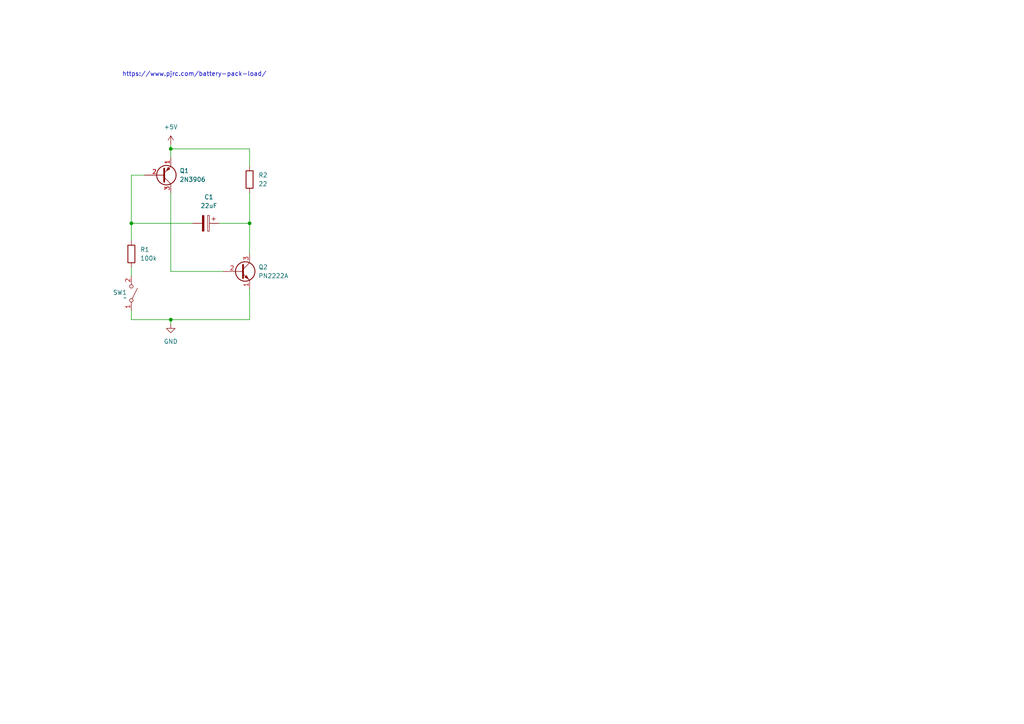
<source format=kicad_sch>
(kicad_sch (version 20231120) (generator "eeschema") (generator_version "8.0")
  (paper "A4")
  (lib_symbols
    (symbol "Device:C_Polarized" (pin_numbers hide) (pin_names (offset 0.254))
      (property "Reference" "C" (at 0.635 2.54 0))
      (property "Value" "C_Polarized" (at 0.635 -2.54 0))
      (symbol "C_Polarized_0_1"
        (rectangle (start -2.286 0.508) (end 2.286 1.016))
        (polyline (pts (xy -1.778 2.286) (xy -0.762 2.286)))
        (polyline (pts (xy -1.27 2.794) (xy -1.27 1.778)))
        (rectangle (start 2.286 -0.508) (end -2.286 -1.016) (fill (type outline)))
      )
      (symbol "C_Polarized_1_1"
        (pin passive line (at 0 3.81 270) (length 2.794) (name "~") (number "1"))
        (pin passive line (at 0 -3.81 90) (length 2.794) (name "~") (number "2"))
      )
    )
    (symbol "Device:R" (pin_numbers hide) (pin_names (offset 0))
      (property "Reference" "R" (at 2.032 0 90))
      (property "Value" "R" (at 0 0 90))
      (symbol "R_0_1"
        (rectangle (start -1.016 -2.54) (end 1.016 2.54) (stroke (width 0.254)))
      )
      (symbol "R_1_1"
        (pin passive line (at 0 3.81 270) (length 1.27) (name "~") (number "1"))
        (pin passive line (at 0 -3.81 90) (length 1.27) (name "~") (number "2"))
      )
    )
    (symbol "Switch:SW_SPST" (pin_names (offset 0) hide)
      (property "Reference" "SW" (at 0 3.175 0))
      (property "Value" "SW_SPST" (at 0 -2.54 0))
      (symbol "SW_SPST_0_0"
        (circle (center -2.032 0) (radius 0.508))
        (polyline (pts (xy -1.524 0.254) (xy 1.524 1.778)))
        (circle (center 2.032 0) (radius 0.508))
      )
      (symbol "SW_SPST_1_1"
        (pin passive line (at -5.08 0 0) (length 2.54) (name "A") (number "1"))
        (pin passive line (at 5.08 0 180) (length 2.54) (name "B") (number "2"))
      )
    )
    (symbol "Transistor_BJT:2N3906" (pin_names (offset 0) hide)
      (property "Reference" "Q" (at 5.08 1.905 0))
      (property "Value" "2N3906" (at 5.08 0 0))
      (symbol "2N3906_0_1"
        (polyline (pts (xy 0.635 0.635) (xy 2.54 2.54)))
        (polyline (pts (xy 0.635 -0.635) (xy 2.54 -2.54) (xy 2.54 -2.54)))
        (polyline (pts (xy 0.635 1.905) (xy 0.635 -1.905) (xy 0.635 -1.905)) (stroke (width 0.508)))
        (polyline (pts (xy 2.286 -1.778) (xy 1.778 -2.286) (xy 1.27 -1.27) (xy 2.286 -1.778) (xy 2.286 -1.778)) (fill (type outline)))
        (circle (center 1.27 0) (radius 2.8194) (stroke (width 0.254)))
      )
      (symbol "2N3906_1_1"
        (pin passive line (at 2.54 -5.08 90) (length 2.54) (name "E") (number "1"))
        (pin input line (at -5.08 0 0) (length 5.715) (name "B") (number "2"))
        (pin passive line (at 2.54 5.08 270) (length 2.54) (name "C") (number "3"))
      )
    )
    (symbol "Transistor_BJT:PN2222A" (pin_names (offset 0) hide)
      (property "Reference" "Q" (at 5.08 1.905 0))
      (property "Value" "PN2222A" (at 5.08 0 0))
      (symbol "PN2222A_0_1"
        (polyline (pts (xy 0 0) (xy 0.635 0)))
        (polyline (pts (xy 2.54 -2.54) (xy 0.635 -0.635)))
        (polyline (pts (xy 2.54 2.54) (xy 0.635 0.635)))
        (polyline (pts (xy 0.635 1.905) (xy 0.635 -1.905) (xy 0.635 -1.905)) (stroke (width 0.508)))
        (polyline (pts (xy 2.413 -2.413) (xy 1.905 -1.905) (xy 1.905 -1.905)))
        (polyline (pts (xy 1.143 -1.651) (xy 1.651 -1.143) (xy 2.159 -2.159) (xy 1.143 -1.651) (xy 1.143 -1.651)) (fill (type outline)))
        (circle (center 1.27 0) (radius 2.8194) (stroke (width 0.254)))
      )
      (symbol "PN2222A_1_1"
        (pin passive line (at 2.54 -5.08 90) (length 2.54) (name "E") (number "1"))
        (pin input line (at -5.08 0 0) (length 5.08) (name "B") (number "2"))
        (pin passive line (at 2.54 5.08 270) (length 2.54) (name "C") (number "3"))
      )
    )
    (symbol "power:+5V" (power) (pin_numbers hide) (pin_names (offset 0) hide)
      (property "Value" "+5V" (at 0 3.556 0))
      (symbol "+5V_0_1"
        (polyline (pts (xy -0.762 1.27) (xy 0 2.54)))
        (polyline (pts (xy 0 0) (xy 0 2.54)))
        (polyline (pts (xy 0 2.54) (xy 0.762 1.27)))
      )
      (symbol "+5V_1_1"
        (pin power_in line (at 0 0 90) (length 0) (name "~") (number "1"))
      )
    )
    (symbol "power:GND" (power) (pin_numbers hide) (pin_names (offset 0) hide)
      (property "Value" "GND" (at 0 -3.81 0))
      (symbol "GND_0_1"
        (polyline (pts (xy 0 0) (xy 0 -1.27) (xy 1.27 -1.27) (xy 0 -2.54) (xy -1.27 -1.27) (xy 0 -1.27)))
      )
      (symbol "GND_1_1"
        (pin power_in line (at 0 0 270) (length 0) (name "~") (number "1"))
      )
    )
  )
  (junction (at 49.53 92.71))
  (junction (at 72.39 64.77))
  (junction (at 38.1 64.77))
  (junction (at 49.53 43.18))
  (wire (pts (xy 55.88 64.77) (xy 38.1 64.77)))
  (wire (pts (xy 72.39 83.82) (xy 72.39 92.71)))
  (wire (pts (xy 72.39 92.71) (xy 49.53 92.71)))
  (wire (pts (xy 49.53 92.71) (xy 38.1 92.71)))
  (wire (pts (xy 49.53 92.71) (xy 49.53 93.98)))
  (wire (pts (xy 49.53 78.74) (xy 64.77 78.74)))
  (wire (pts (xy 38.1 64.77) (xy 38.1 69.85)))
  (wire (pts (xy 49.53 43.18) (xy 49.53 45.72)))
  (wire (pts (xy 63.5 64.77) (xy 72.39 64.77)))
  (wire (pts (xy 49.53 55.88) (xy 49.53 78.74)))
  (wire (pts (xy 72.39 55.88) (xy 72.39 64.77)))
  (wire (pts (xy 41.91 50.8) (xy 38.1 50.8)))
  (wire (pts (xy 38.1 50.8) (xy 38.1 64.77)))
  (wire (pts (xy 49.53 43.18) (xy 72.39 43.18)))
  (wire (pts (xy 49.53 41.91) (xy 49.53 43.18)))
  (wire (pts (xy 38.1 77.47) (xy 38.1 80.01)))
  (wire (pts (xy 72.39 64.77) (xy 72.39 73.66)))
  (wire (pts (xy 72.39 48.26) (xy 72.39 43.18)))
  (wire (pts (xy 38.1 90.17) (xy 38.1 92.71)))
  (text "https://www.pjrc.com/battery-pack-load/" (at 56.388 21.59 0) (effects (font (size 1.27 1.27))))
  (symbol (lib_id "Device:R") (at 38.1 73.66 0) (unit 1)
    (property "Reference" "R1" (at 40.64 72.3899 0) (effects (justify left)))
    (property "Value" "100k" (at 40.64 74.9299 0) (effects (justify left)))
    (property "Description" "Resistor" (effects (hide yes)))
  )
  (symbol (lib_id "Transistor_BJT:2N3906") (at 46.99 50.8 0) (mirror x) (unit 1)
    (property "Reference" "Q1" (at 52.07 49.5299 0) (effects (justify left)))
    (property "Value" "2N3906" (at 52.07 52.0699 0) (effects (justify left)))
    (property "Footprint" "Package_TO_SOT_THT:TO-92_Inline" (effects (hide yes)))
    (property "Datasheet" "https://www.onsemi.com/pub/Collateral/2N3906-D.PDF" (effects (hide yes)))
    (property "Description" "-0.2A Ic, -40V Vce, Small Signal PNP Transistor, TO-92" (effects (hide yes)))
  )
  (symbol (lib_id "Device:R") (at 72.39 52.07 0) (unit 1)
    (property "Reference" "R2" (at 74.93 50.7999 0) (effects (justify left)))
    (property "Value" "22" (at 74.93 53.3399 0) (effects (justify left)))
    (property "Description" "Resistor" (effects (hide yes)))
  )
  (symbol (lib_id "Transistor_BJT:PN2222A") (at 69.85 78.74 0) (unit 1)
    (property "Reference" "Q2" (at 74.93 77.4699 0) (effects (justify left)))
    (property "Value" "PN2222A" (at 74.93 80.0099 0) (effects (justify left)))
    (property "Footprint" "Package_TO_SOT_THT:TO-92_Inline" (effects (hide yes)))
    (property "Datasheet" "https://www.onsemi.com/pub/Collateral/PN2222-D.PDF" (effects (hide yes)))
    (property "Description" "1A Ic, 40V Vce, NPN Transistor, General Purpose Transistor, TO-92" (effects (hide yes)))
  )
  (symbol (lib_id "power:GND") (at 49.53 93.98 0) (unit 1)
    (property "Reference" "#PWR02" (effects (hide yes)))
    (property "Value" "GND" (at 49.53 99.06 0))
    (property "Description" "Power symbol creates a global label with name \"GND\" , ground" (effects (hide yes)))
  )
  (symbol (lib_id "Device:C_Polarized") (at 59.69 64.77 270) (unit 1)
    (property "Reference" "C1" (at 60.579 57.15 90))
    (property "Value" "22uF" (at 60.579 59.69 90))
    (property "Description" "Polarized capacitor" (effects (hide yes)))
  )
  (symbol (lib_id "Switch:SW_SPST") (at 38.1 85.09 270) (mirror x) (unit 1)
    (property "Reference" "SW1" (at 36.83 84.836 90) (effects (justify right)))
    (property "Value" "~" (at 36.83 86.3599 90) (effects (justify right)))
    (property "Description" "Single Pole Single Throw (SPST) switch" (effects (hide yes)))
  )
  (symbol (lib_id "power:+5V") (at 49.53 41.91 0) (unit 1)
    (property "Reference" "#PWR01" (effects (hide yes)))
    (property "Value" "+5V" (at 49.53 36.83 0))
    (property "Description" "Power symbol creates a global label with name \"+5V\"" (effects (hide yes)))
  )
)
</source>
